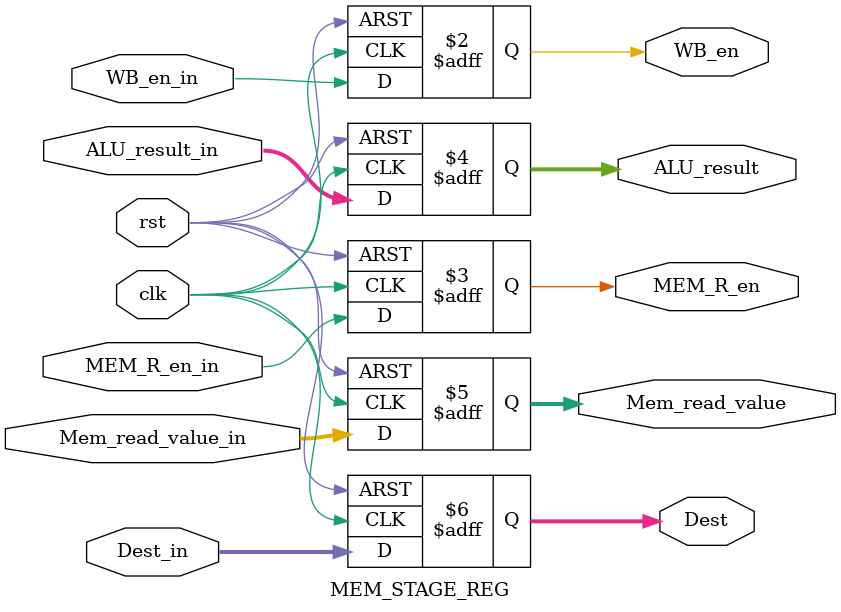
<source format=v>
`timescale 1ns/1ns

module MEM_STAGE_REG (
  input clk, rst, WB_en_in, MEM_R_en_in,
  input [31:0] ALU_result_in, Mem_read_value_in,
  input [3:0] Dest_in,
	
	output reg WB_en, MEM_R_en,
	output reg [31:0] ALU_result, Mem_read_value,
	output reg [3:0] Dest
  );

	always @(posedge clk, posedge rst) begin
    if (rst) begin
			WB_en <= 0;
			MEM_R_en <= 0;
      ALU_result <= 32'b0;
      Mem_read_value <= 32'b0;
			Dest <= 4'b0;
    end
    else begin
      WB_en <= WB_en_in;
			MEM_R_en <= MEM_R_en_in;
      ALU_result <= ALU_result_in;
      Mem_read_value <= Mem_read_value_in;
			Dest <= Dest_in;
    end
  end
endmodule
</source>
